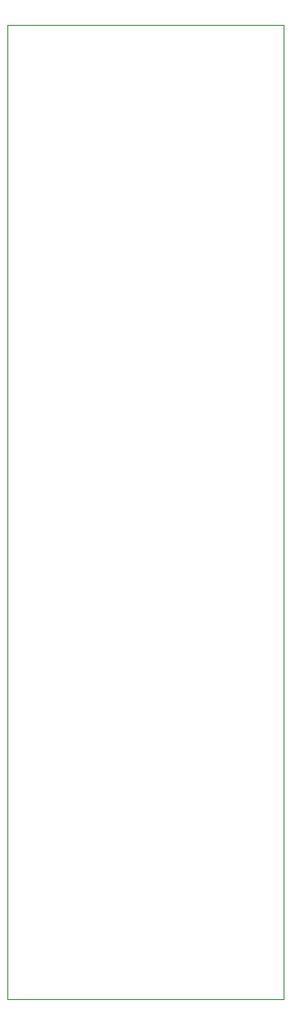
<source format=gbr>
%TF.GenerationSoftware,KiCad,Pcbnew,(5.1.8)-1*%
%TF.CreationDate,2022-06-03T11:47:02-06:00*%
%TF.ProjectId,Bus_Bridge,4275735f-4272-4696-9467-652e6b696361,rev?*%
%TF.SameCoordinates,Original*%
%TF.FileFunction,Profile,NP*%
%FSLAX46Y46*%
G04 Gerber Fmt 4.6, Leading zero omitted, Abs format (unit mm)*
G04 Created by KiCad (PCBNEW (5.1.8)-1) date 2022-06-03 11:47:02*
%MOMM*%
%LPD*%
G01*
G04 APERTURE LIST*
%TA.AperFunction,Profile*%
%ADD10C,0.050000*%
%TD*%
G04 APERTURE END LIST*
D10*
X105410000Y-176530000D02*
X105410000Y-86995000D01*
X80010000Y-86995000D02*
X80010000Y-176530000D01*
X105410000Y-86995000D02*
X80010000Y-86995000D01*
X80010000Y-176530000D02*
X105410000Y-176530000D01*
M02*

</source>
